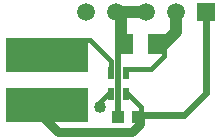
<source format=gbr>
G04 DipTrace 3.0.0.2*
G04 Top.gbr*
%MOIN*%
G04 #@! TF.FileFunction,Copper,L1,Top*
G04 #@! TF.Part,Single*
G04 #@! TA.AperFunction,Conductor*
%ADD13C,0.03937*%
%ADD14C,0.019685*%
%ADD15C,0.015748*%
%ADD16C,0.017717*%
%ADD17C,0.023622*%
%ADD18C,0.031496*%
%ADD22R,0.043307X0.03937*%
%ADD24R,0.018504X0.03937*%
G04 #@! TA.AperFunction,ComponentPad*
%ADD25R,0.059055X0.059055*%
%ADD26C,0.059055*%
%ADD27R,0.275591X0.11811*%
%ADD28R,0.062992X0.070866*%
G04 #@! TA.AperFunction,ViaPad*
%ADD29C,0.04*%
%FSLAX26Y26*%
G04*
G70*
G90*
G75*
G01*
G04 Top*
%LPD*%
X781024Y827087D2*
D13*
X881024D1*
X788307Y553366D2*
D14*
Y624232D1*
Y553366D2*
X787717Y478366D1*
X788307Y624232D2*
Y720787D1*
X807402D1*
D13*
X797559Y730630D1*
Y827087D1*
X781024D1*
X813898Y624232D2*
D15*
Y636142D1*
X895984D1*
X941260Y681417D1*
Y720787D1*
X917638D1*
D13*
X941260D1*
X981024Y760551D1*
Y827087D1*
X762717Y624232D2*
D15*
Y665079D1*
X693228Y734567D1*
X549528D1*
Y683386D1*
X854646Y478366D2*
D16*
X864488D1*
Y510157D1*
X821280Y553366D1*
X813898D1*
X854646Y478366D2*
D17*
X858878Y482598D1*
X1006220D1*
X1081024Y557402D1*
Y827087D1*
X549528Y518031D2*
D18*
X543622Y512126D1*
Y470787D1*
X586929Y427480D1*
X834961D1*
X860551Y453071D1*
Y478366D1*
X854646D1*
X726693Y512126D2*
D16*
Y525906D1*
X754154Y553366D1*
X762717D1*
D29*
X726693Y512126D3*
D22*
X787717Y478366D3*
X854646D3*
D24*
X762717Y553366D3*
X788307D3*
X813898D3*
Y624232D3*
X788307D3*
X762717D3*
D25*
X1081024Y827087D3*
D26*
X981024D3*
X881024D3*
X781024D3*
X681024D3*
D27*
X549528Y518031D3*
Y683386D3*
D28*
X807402Y720787D3*
X917638D3*
M02*

</source>
